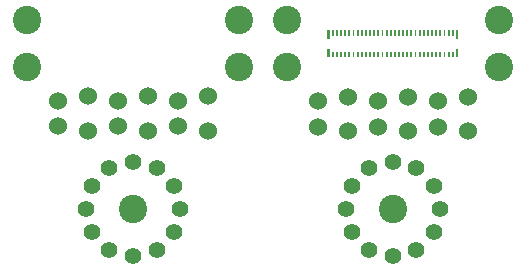
<source format=gbr>
G04 start of page 2 for group 0 idx 0 *
G04 Title: (unknown), top *
G04 Creator: pcb 4.2.0 *
G04 CreationDate: Mon Jul 20 21:59:32 2020 UTC *
G04 For: commonadmin *
G04 Format: Gerber/RS-274X *
G04 PCB-Dimensions (mil): 24000.00 18000.00 *
G04 PCB-Coordinate-Origin: lower left *
%MOIN*%
%FSLAX25Y25*%
%LNTOP*%
%ADD17C,0.0787*%
%ADD16C,0.0380*%
%ADD15C,0.0394*%
%ADD14C,0.0001*%
%ADD13C,0.0945*%
%ADD12C,0.0600*%
%ADD11C,0.0551*%
G54D11*X618110Y233858D03*
G54D12*X615236Y246272D03*
G54D11*X624016Y227953D03*
G54D12*X635236Y257772D03*
Y246272D03*
X625236Y247772D03*
Y256272D03*
X615236Y257772D03*
X605236Y256272D03*
Y247772D03*
G54D13*X645669Y267520D03*
G54D11*X610236Y236024D03*
X594488Y220276D03*
X602362Y233858D03*
X596457Y227953D03*
G54D13*X610236Y220276D03*
G54D11*Y204528D03*
X625984Y220276D03*
X618110Y206693D03*
X624016Y212598D03*
X602362Y206693D03*
X596457Y212598D03*
G54D12*X595236Y246272D03*
G54D13*X645669Y283268D03*
X574803D03*
X559055D03*
X488189D03*
G54D12*X595236Y257772D03*
X585236Y256272D03*
Y247772D03*
G54D13*X574803Y267520D03*
X559055D03*
G54D12*X548599Y257788D03*
X528599D03*
X518599Y256288D03*
X508599Y257788D03*
X498599Y256288D03*
G54D13*X488189Y267520D03*
G54D12*X548599Y246288D03*
X528599D03*
X518599Y247788D03*
X508599Y246288D03*
X498599Y247788D03*
X538599D03*
Y256288D03*
G54D13*X523622Y220276D03*
G54D11*X507874D03*
X509843Y227953D03*
Y212598D03*
X523622Y204528D03*
Y236024D03*
X515748Y233858D03*
Y206693D03*
X539370Y220276D03*
X531496Y206693D03*
Y233858D03*
X537402Y212598D03*
Y227953D03*
G54D14*G36*
X632067Y279783D02*X631240D01*
Y277028D01*
X632067D01*
Y279783D01*
G37*
G36*
Y273760D02*X631240D01*
Y271004D01*
X632067D01*
Y273760D01*
G37*
G36*
X607087Y279843D02*X606457D01*
Y278031D01*
X607087D01*
Y279843D01*
G37*
G36*
X608465D02*X607835D01*
Y278031D01*
X608465D01*
Y279843D01*
G37*
G36*
X609843D02*X609213D01*
Y278031D01*
X609843D01*
Y279843D01*
G37*
G36*
X611220D02*X610591D01*
Y278031D01*
X611220D01*
Y279843D01*
G37*
G36*
X612598D02*X611969D01*
Y278031D01*
X612598D01*
Y279843D01*
G37*
G36*
X613976D02*X613346D01*
Y278031D01*
X613976D01*
Y279843D01*
G37*
G36*
X615354D02*X614724D01*
Y278031D01*
X615354D01*
Y279843D01*
G37*
G36*
X616732D02*X616102D01*
Y278031D01*
X616732D01*
Y279843D01*
G37*
G36*
X618110D02*X617480D01*
Y278031D01*
X618110D01*
Y279843D01*
G37*
G36*
X619488D02*X618858D01*
Y278031D01*
X619488D01*
Y279843D01*
G37*
G36*
X620866D02*X620236D01*
Y278031D01*
X620866D01*
Y279843D01*
G37*
G36*
X622244D02*X621614D01*
Y278031D01*
X622244D01*
Y279843D01*
G37*
G36*
X623622D02*X622992D01*
Y278031D01*
X623622D01*
Y279843D01*
G37*
G36*
X625000D02*X624370D01*
Y278031D01*
X625000D01*
Y279843D01*
G37*
G36*
X626378D02*X625748D01*
Y278031D01*
X626378D01*
Y279843D01*
G37*
G36*
X627756D02*X627126D01*
Y278031D01*
X627756D01*
Y279843D01*
G37*
G36*
X629134D02*X628504D01*
Y278031D01*
X629134D01*
Y279843D01*
G37*
G36*
X630512D02*X629882D01*
Y278031D01*
X630512D01*
Y279843D01*
G37*
G36*
X609843Y272756D02*X609213D01*
Y270945D01*
X609843D01*
Y272756D01*
G37*
G36*
X611220D02*X610591D01*
Y270945D01*
X611220D01*
Y272756D01*
G37*
G36*
X612598D02*X611969D01*
Y270945D01*
X612598D01*
Y272756D01*
G37*
G36*
X613976D02*X613346D01*
Y270945D01*
X613976D01*
Y272756D01*
G37*
G36*
X615354D02*X614724D01*
Y270945D01*
X615354D01*
Y272756D01*
G37*
G36*
X616732D02*X616102D01*
Y270945D01*
X616732D01*
Y272756D01*
G37*
G36*
X618110D02*X617480D01*
Y270945D01*
X618110D01*
Y272756D01*
G37*
G36*
X619488D02*X618858D01*
Y270945D01*
X619488D01*
Y272756D01*
G37*
G36*
X620866D02*X620236D01*
Y270945D01*
X620866D01*
Y272756D01*
G37*
G36*
X622244D02*X621614D01*
Y270945D01*
X622244D01*
Y272756D01*
G37*
G36*
X623622D02*X622992D01*
Y270945D01*
X623622D01*
Y272756D01*
G37*
G36*
X625000D02*X624370D01*
Y270945D01*
X625000D01*
Y272756D01*
G37*
G36*
X626378D02*X625748D01*
Y270945D01*
X626378D01*
Y272756D01*
G37*
G36*
X627756D02*X627126D01*
Y270945D01*
X627756D01*
Y272756D01*
G37*
G36*
X629134D02*X628504D01*
Y270945D01*
X629134D01*
Y272756D01*
G37*
G36*
X630512D02*X629882D01*
Y270945D01*
X630512D01*
Y272756D01*
G37*
G36*
X589193Y279783D02*X588366D01*
Y277028D01*
X589193D01*
Y279783D01*
G37*
G36*
Y273760D02*X588366D01*
Y271004D01*
X589193D01*
Y273760D01*
G37*
G36*
X590551Y279843D02*X589921D01*
Y278031D01*
X590551D01*
Y279843D01*
G37*
G36*
X591929D02*X591299D01*
Y278031D01*
X591929D01*
Y279843D01*
G37*
G36*
X593307D02*X592677D01*
Y278031D01*
X593307D01*
Y279843D01*
G37*
G36*
X594685D02*X594055D01*
Y278031D01*
X594685D01*
Y279843D01*
G37*
G36*
X596063D02*X595433D01*
Y278031D01*
X596063D01*
Y279843D01*
G37*
G36*
X590551Y272756D02*X589921D01*
Y270945D01*
X590551D01*
Y272756D01*
G37*
G36*
X597441Y279843D02*X596811D01*
Y278031D01*
X597441D01*
Y279843D01*
G37*
G36*
X598819D02*X598189D01*
Y278031D01*
X598819D01*
Y279843D01*
G37*
G36*
X600197D02*X599567D01*
Y278031D01*
X600197D01*
Y279843D01*
G37*
G36*
X601575D02*X600945D01*
Y278031D01*
X601575D01*
Y279843D01*
G37*
G36*
X602953D02*X602323D01*
Y278031D01*
X602953D01*
Y279843D01*
G37*
G36*
X604331D02*X603701D01*
Y278031D01*
X604331D01*
Y279843D01*
G37*
G36*
X605709D02*X605079D01*
Y278031D01*
X605709D01*
Y279843D01*
G37*
G36*
X591929Y272756D02*X591299D01*
Y270945D01*
X591929D01*
Y272756D01*
G37*
G36*
X593307D02*X592677D01*
Y270945D01*
X593307D01*
Y272756D01*
G37*
G36*
X594685D02*X594055D01*
Y270945D01*
X594685D01*
Y272756D01*
G37*
G36*
X596063D02*X595433D01*
Y270945D01*
X596063D01*
Y272756D01*
G37*
G36*
X597441D02*X596811D01*
Y270945D01*
X597441D01*
Y272756D01*
G37*
G36*
X598819D02*X598189D01*
Y270945D01*
X598819D01*
Y272756D01*
G37*
G36*
X600197D02*X599567D01*
Y270945D01*
X600197D01*
Y272756D01*
G37*
G36*
X601575D02*X600945D01*
Y270945D01*
X601575D01*
Y272756D01*
G37*
G36*
X602953D02*X602323D01*
Y270945D01*
X602953D01*
Y272756D01*
G37*
G36*
X604331D02*X603701D01*
Y270945D01*
X604331D01*
Y272756D01*
G37*
G36*
X605709D02*X605079D01*
Y270945D01*
X605709D01*
Y272756D01*
G37*
G36*
X607087D02*X606457D01*
Y270945D01*
X607087D01*
Y272756D01*
G37*
G36*
X608465D02*X607835D01*
Y270945D01*
X608465D01*
Y272756D01*
G37*
G54D15*G54D16*G54D15*G54D16*G54D17*G54D15*G54D17*G54D15*G54D16*G54D17*G54D16*G54D17*G54D16*G54D17*G54D16*G54D17*G54D15*M02*

</source>
